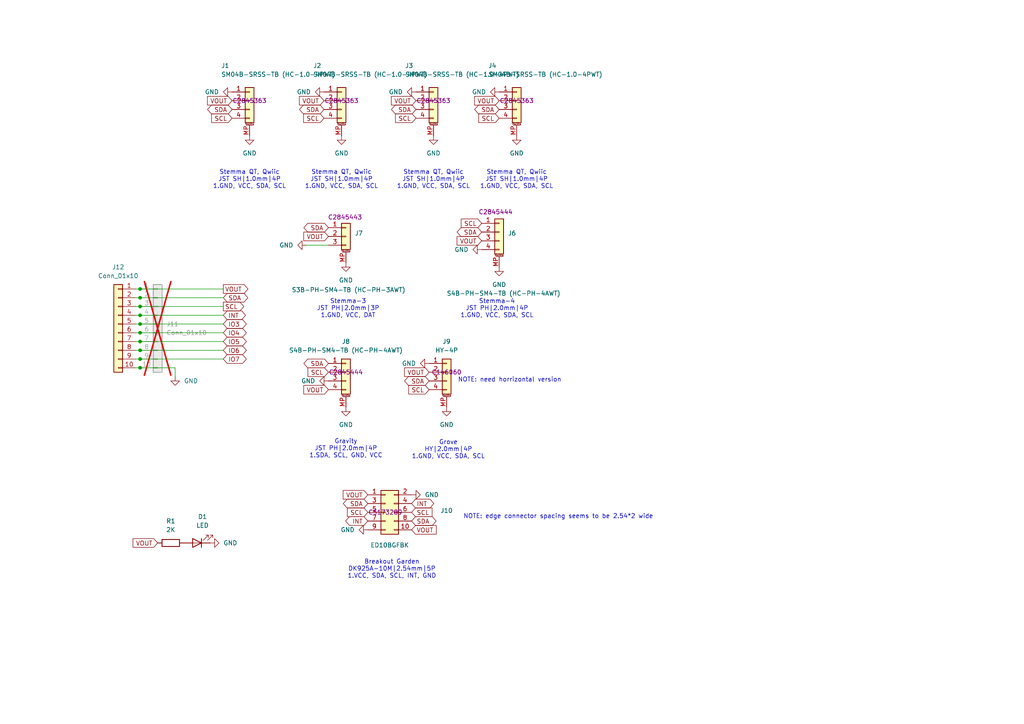
<source format=kicad_sch>
(kicad_sch (version 20250114) (generator "eeschema") (generator_version "9.0")
  (paper "A4")
  (lib_symbols
    (symbol "Connector_Generic:Conn_01x10" (pin_names (offset 1.016) (hide yes))
      (property "Reference" "J" (at 0 12.7 0))
      (property "Value" "Conn_01x10" (at 0 -15.24 0))
      (symbol "Conn_01x10_1_1"
        (rectangle (start -1.27 11.43) (end 1.27 -13.97) (stroke (width 0.254)) (fill (type background)))
        (rectangle (start -1.27 10.287) (end 0 10.033) (stroke (width 0.1524)))
        (rectangle (start -1.27 7.747) (end 0 7.493) (stroke (width 0.1524)))
        (rectangle (start -1.27 5.207) (end 0 4.953) (stroke (width 0.1524)))
        (rectangle (start -1.27 2.667) (end 0 2.413) (stroke (width 0.1524)))
        (rectangle (start -1.27 0.127) (end 0 -0.127) (stroke (width 0.1524)))
        (rectangle (start -1.27 -2.413) (end 0 -2.667) (stroke (width 0.1524)))
        (rectangle (start -1.27 -4.953) (end 0 -5.207) (stroke (width 0.1524)))
        (rectangle (start -1.27 -7.493) (end 0 -7.747) (stroke (width 0.1524)))
        (rectangle (start -1.27 -10.033) (end 0 -10.287) (stroke (width 0.1524)))
        (rectangle (start -1.27 -12.573) (end 0 -12.827) (stroke (width 0.1524)))
        (pin passive line (at -5.08 10.16 0) (length 3.81) (name "Pin_1") (number "1"))
        (pin passive line (at -5.08 7.62 0) (length 3.81) (name "Pin_2") (number "2"))
        (pin passive line (at -5.08 5.08 0) (length 3.81) (name "Pin_3") (number "3"))
        (pin passive line (at -5.08 2.54 0) (length 3.81) (name "Pin_4") (number "4"))
        (pin passive line (at -5.08 0 0) (length 3.81) (name "Pin_5") (number "5"))
        (pin passive line (at -5.08 -2.54 0) (length 3.81) (name "Pin_6") (number "6"))
        (pin passive line (at -5.08 -5.08 0) (length 3.81) (name "Pin_7") (number "7"))
        (pin passive line (at -5.08 -7.62 0) (length 3.81) (name "Pin_8") (number "8"))
        (pin passive line (at -5.08 -10.16 0) (length 3.81) (name "Pin_9") (number "9"))
        (pin passive line (at -5.08 -12.7 0) (length 3.81) (name "Pin_10") (number "10"))
      )
    )
    (symbol "Connector_Generic:Conn_02x05_Odd_Even" (pin_names (offset 1.016) (hide yes))
      (property "Reference" "J" (at 1.27 7.62 0))
      (property "Value" "Conn_02x05_Odd_Even" (at 1.27 -7.62 0))
      (symbol "Conn_02x05_Odd_Even_1_1"
        (rectangle (start -1.27 6.35) (end 3.81 -6.35) (stroke (width 0.254)) (fill (type background)))
        (rectangle (start -1.27 5.207) (end 0 4.953) (stroke (width 0.1524)))
        (rectangle (start -1.27 2.667) (end 0 2.413) (stroke (width 0.1524)))
        (rectangle (start -1.27 0.127) (end 0 -0.127) (stroke (width 0.1524)))
        (rectangle (start -1.27 -2.413) (end 0 -2.667) (stroke (width 0.1524)))
        (rectangle (start -1.27 -4.953) (end 0 -5.207) (stroke (width 0.1524)))
        (rectangle (start 3.81 5.207) (end 2.54 4.953) (stroke (width 0.1524)))
        (rectangle (start 3.81 2.667) (end 2.54 2.413) (stroke (width 0.1524)))
        (rectangle (start 3.81 0.127) (end 2.54 -0.127) (stroke (width 0.1524)))
        (rectangle (start 3.81 -2.413) (end 2.54 -2.667) (stroke (width 0.1524)))
        (rectangle (start 3.81 -4.953) (end 2.54 -5.207) (stroke (width 0.1524)))
        (pin passive line (at -5.08 5.08 0) (length 3.81) (name "Pin_1") (number "1"))
        (pin passive line (at -5.08 2.54 0) (length 3.81) (name "Pin_3") (number "3"))
        (pin passive line (at -5.08 0 0) (length 3.81) (name "Pin_5") (number "5"))
        (pin passive line (at -5.08 -2.54 0) (length 3.81) (name "Pin_7") (number "7"))
        (pin passive line (at -5.08 -5.08 0) (length 3.81) (name "Pin_9") (number "9"))
        (pin passive line (at 7.62 5.08 180) (length 3.81) (name "Pin_2") (number "2"))
        (pin passive line (at 7.62 2.54 180) (length 3.81) (name "Pin_4") (number "4"))
        (pin passive line (at 7.62 0 180) (length 3.81) (name "Pin_6") (number "6"))
        (pin passive line (at 7.62 -2.54 180) (length 3.81) (name "Pin_8") (number "8"))
        (pin passive line (at 7.62 -5.08 180) (length 3.81) (name "Pin_10") (number "10"))
      )
    )
    (symbol "Connector_Generic_MountingPin:Conn_01x03_MountingPin" (pin_names (offset 1.016) (hide yes))
      (property "Reference" "J" (at 0 5.08 0))
      (property "Value" "Conn_01x03_MountingPin" (at 1.27 -5.08 0))
      (symbol "Conn_01x03_MountingPin_1_1"
        (rectangle (start -1.27 3.81) (end 1.27 -3.81) (stroke (width 0.254)) (fill (type background)))
        (rectangle (start -1.27 2.667) (end 0 2.413) (stroke (width 0.1524)))
        (rectangle (start -1.27 0.127) (end 0 -0.127) (stroke (width 0.1524)))
        (rectangle (start -1.27 -2.413) (end 0 -2.667) (stroke (width 0.1524)))
        (polyline (pts (xy -1.016 -4.572) (xy 1.016 -4.572)) (stroke (width 0.1524)))
        (text "Mounting" (at 0 -4.191 0) (effects (font (size 0.381 0.381))))
        (pin passive line (at -5.08 2.54 0) (length 3.81) (name "Pin_1") (number "1"))
        (pin passive line (at -5.08 0 0) (length 3.81) (name "Pin_2") (number "2"))
        (pin passive line (at -5.08 -2.54 0) (length 3.81) (name "Pin_3") (number "3"))
        (pin passive line (at 0 -7.62 90) (length 3.048) (name "MountPin") (number "MP"))
      )
    )
    (symbol "Connector_Generic_MountingPin:Conn_01x04_MountingPin" (pin_names (offset 1.016) (hide yes))
      (property "Reference" "J" (at 0 5.08 0))
      (property "Value" "Conn_01x04_MountingPin" (at 1.27 -7.62 0))
      (symbol "Conn_01x04_MountingPin_1_1"
        (rectangle (start -1.27 3.81) (end 1.27 -6.35) (stroke (width 0.254)) (fill (type background)))
        (rectangle (start -1.27 2.667) (end 0 2.413) (stroke (width 0.1524)))
        (rectangle (start -1.27 0.127) (end 0 -0.127) (stroke (width 0.1524)))
        (rectangle (start -1.27 -2.413) (end 0 -2.667) (stroke (width 0.1524)))
        (rectangle (start -1.27 -4.953) (end 0 -5.207) (stroke (width 0.1524)))
        (polyline (pts (xy -1.016 -7.112) (xy 1.016 -7.112)) (stroke (width 0.1524)))
        (text "Mounting" (at 0 -6.731 0) (effects (font (size 0.381 0.381))))
        (pin passive line (at -5.08 2.54 0) (length 3.81) (name "Pin_1") (number "1"))
        (pin passive line (at -5.08 0 0) (length 3.81) (name "Pin_2") (number "2"))
        (pin passive line (at -5.08 -2.54 0) (length 3.81) (name "Pin_3") (number "3"))
        (pin passive line (at -5.08 -5.08 0) (length 3.81) (name "Pin_4") (number "4"))
        (pin passive line (at 0 -10.16 90) (length 3.048) (name "MountPin") (number "MP"))
      )
    )
    (symbol "Device:LED" (pin_numbers (hide yes)) (pin_names (offset 1.016) (hide yes))
      (property "Reference" "D" (at 0 2.54 0))
      (property "Value" "LED" (at 0 -2.54 0))
      (symbol "LED_0_1"
        (polyline (pts (xy -3.048 -0.762) (xy -4.572 -2.286) (xy -3.81 -2.286) (xy -4.572 -2.286) (xy -4.572 -1.524)))
        (polyline (pts (xy -1.778 -0.762) (xy -3.302 -2.286) (xy -2.54 -2.286) (xy -3.302 -2.286) (xy -3.302 -1.524)))
        (polyline (pts (xy -1.27 0) (xy 1.27 0)))
        (polyline (pts (xy -1.27 -1.27) (xy -1.27 1.27)) (stroke (width 0.254)))
        (polyline (pts (xy 1.27 -1.27) (xy 1.27 1.27) (xy -1.27 0) (xy 1.27 -1.27)) (stroke (width 0.254)))
      )
      (symbol "LED_1_1"
        (pin passive line (at -3.81 0 0) (length 2.54) (name "K") (number "1"))
        (pin passive line (at 3.81 0 180) (length 2.54) (name "A") (number "2"))
      )
    )
    (symbol "Device:R" (pin_numbers (hide yes)) (pin_names (offset 0))
      (property "Reference" "R" (at 2.032 0 90))
      (property "Value" "R" (at 0 0 90))
      (symbol "R_0_1"
        (rectangle (start -1.016 -2.54) (end 1.016 2.54) (stroke (width 0.254)))
      )
      (symbol "R_1_1"
        (pin passive line (at 0 3.81 270) (length 1.27) (name "~") (number "1"))
        (pin passive line (at 0 -3.81 90) (length 1.27) (name "~") (number "2"))
      )
    )
    (symbol "power:GND" (power) (pin_names (offset 0))
      (property "Value" "GND" (at 0 -3.81 0))
      (symbol "GND_0_1"
        (polyline (pts (xy 0 0) (xy 0 -1.27) (xy 1.27 -1.27) (xy 0 -2.54) (xy -1.27 -1.27) (xy 0 -1.27)))
      )
      (symbol "GND_1_1"
        (pin power_in line (at 0 0 270) (length 0) (hide yes) (name "GND") (number "1"))
      )
    )
  )
  (text "Gravity\nJST PH|2.0mm|4P\n1.SDA, SCL, GND, VCC" (at 100.33 130.175 0) (effects (font (size 1.27 1.27))))
  (text "Stemma QT, Qwiic\nJST SH|1.0mm|4P\n1.GND, VCC, SDA, SCL" (at 72.39 52.07 0) (effects (font (size 1.27 1.27))))
  (text "Stemma-4\nJST PH|2.0mm|4P\n1.GND, VCC, SDA, SCL" (at 144.145 89.535 0) (effects (font (size 1.27 1.27))))
  (text "Stemma QT, Qwiic\nJST SH|1.0mm|4P\n1.GND, VCC, SDA, SCL" (at 99.06 52.07 0) (effects (font (size 1.27 1.27))))
  (text "Stemma-3\nJST PH|2.0mm|3P\n1.GND, VCC, DAT" (at 100.965 89.535 0) (effects (font (size 1.27 1.27))))
  (text "NOTE: edge connector spacing seems to be 2.54*2 wide" (at 161.925 149.86 0) (effects (font (size 1.27 1.27))))
  (text "NOTE: need horrizontal version" (at 147.828 110.236 0) (effects (font (size 1.27 1.27))))
  (text "Grove\nHY|2.0mm|4P\n1.GND, VCC, SDA, SCL" (at 130.048 130.429 0) (effects (font (size 1.27 1.27))))
  (text "Stemma QT, Qwiic\nJST SH|1.0mm|4P\n1.GND, VCC, SDA, SCL" (at 125.73 52.07 0) (effects (font (size 1.27 1.27))))
  (text "Breakout Garden\nDK925A-10M|2.54mm|5P\n1.VCC, SDA, SCL, INT, GND" (at 113.665 165.1 0) (effects (font (size 1.27 1.27))))
  (text "Stemma QT, Qwiic\nJST SH|1.0mm|4P\n1.GND, VCC, SDA, SCL" (at 149.86 52.07 0) (effects (font (size 1.27 1.27))))
  (junction (at 40.64 96.52))
  (junction (at 40.64 101.6))
  (junction (at 40.64 91.44))
  (junction (at 40.64 88.9))
  (junction (at 40.64 86.36))
  (junction (at 40.64 106.68))
  (junction (at 40.64 83.82))
  (junction (at 40.64 104.14))
  (junction (at 40.64 99.06))
  (junction (at 40.64 93.98))
  (wire (pts (xy 40.64 91.44) (xy 64.77 91.44)))
  (wire (pts (xy 40.64 93.98) (xy 39.37 93.98)))
  (wire (pts (xy 40.64 83.82) (xy 39.37 83.82)))
  (wire (pts (xy 40.64 101.6) (xy 39.37 101.6)))
  (wire (pts (xy 40.64 96.52) (xy 39.37 96.52)))
  (wire (pts (xy 40.64 88.9) (xy 39.37 88.9)))
  (wire (pts (xy 40.64 106.68) (xy 50.8 106.68)))
  (wire (pts (xy 40.64 86.36) (xy 39.37 86.36)))
  (wire (pts (xy 50.8 109.22) (xy 50.8 106.68)))
  (wire (pts (xy 40.64 106.68) (xy 39.37 106.68)))
  (wire (pts (xy 40.64 101.6) (xy 64.77 101.6)))
  (wire (pts (xy 40.64 99.06) (xy 39.37 99.06)))
  (wire (pts (xy 40.64 96.52) (xy 64.77 96.52)))
  (wire (pts (xy 40.64 104.14) (xy 64.77 104.14)))
  (wire (pts (xy 40.64 93.98) (xy 64.77 93.98)))
  (wire (pts (xy 40.64 104.14) (xy 39.37 104.14)))
  (wire (pts (xy 88.9 71.12) (xy 95.25 71.12)))
  (wire (pts (xy 40.64 91.44) (xy 39.37 91.44)))
  (wire (pts (xy 40.64 99.06) (xy 64.77 99.06)))
  (wire (pts (xy 40.64 83.82) (xy 64.77 83.82)))
  (wire (pts (xy 40.64 86.36) (xy 64.77 86.36)))
  (wire (pts (xy 40.64 88.9) (xy 64.77 88.9)))
  (global_label "SDA" (shape bidirectional) (at 67.31 31.75 180) (property "Intersheetrefs" "${INTERSHEET_REFS}" (effects (hide yes))))
  (global_label "SDA" (shape bidirectional) (at 95.25 105.41 180) (property "Intersheetrefs" "${INTERSHEET_REFS}" (effects (hide yes))))
  (global_label "SDA" (shape bidirectional) (at 119.38 151.13 0) (property "Intersheetrefs" "${INTERSHEET_REFS}" (effects (hide yes))))
  (global_label "VOUT" (shape input) (at 93.98 29.21 180) (property "Intersheetrefs" "${INTERSHEET_REFS}" (effects (hide yes))))
  (global_label "IO5" (shape bidirectional) (at 64.77 99.06 0) (property "Intersheetrefs" "${INTERSHEET_REFS}" (effects (hide yes))))
  (global_label "VOUT" (shape input) (at 119.38 153.67 0) (property "Intersheetrefs" "${INTERSHEET_REFS}" (effects (hide yes))))
  (global_label "VOUT" (shape output) (at 64.77 83.82 0) (property "Intersheetrefs" "${INTERSHEET_REFS}" (effects (hide yes))))
  (global_label "INT" (shape bidirectional) (at 64.77 91.44 0) (property "Intersheetrefs" "${INTERSHEET_REFS}" (effects (hide yes))))
  (global_label "SDA" (shape bidirectional) (at 120.65 31.75 180) (property "Intersheetrefs" "${INTERSHEET_REFS}" (effects (hide yes))))
  (global_label "SCL" (shape input) (at 93.98 34.29 180) (property "Intersheetrefs" "${INTERSHEET_REFS}" (effects (hide yes))))
  (global_label "VOUT" (shape input) (at 106.68 143.51 180) (property "Intersheetrefs" "${INTERSHEET_REFS}" (effects (hide yes))))
  (global_label "SCL" (shape input) (at 67.31 34.29 180) (property "Intersheetrefs" "${INTERSHEET_REFS}" (effects (hide yes))))
  (global_label "VOUT" (shape input) (at 124.46 107.95 180) (property "Intersheetrefs" "${INTERSHEET_REFS}" (effects (hide yes))))
  (global_label "VOUT" (shape input) (at 67.31 29.21 180) (property "Intersheetrefs" "${INTERSHEET_REFS}" (effects (hide yes))))
  (global_label "INT" (shape bidirectional) (at 119.38 146.05 0) (property "Intersheetrefs" "${INTERSHEET_REFS}" (effects (hide yes))))
  (global_label "SDA" (shape bidirectional) (at 95.25 66.04 180) (property "Intersheetrefs" "${INTERSHEET_REFS}" (effects (hide yes))))
  (global_label "SDA" (shape bidirectional) (at 144.78 31.75 180) (property "Intersheetrefs" "${INTERSHEET_REFS}" (effects (hide yes))))
  (global_label "VOUT" (shape input) (at 144.78 29.21 180) (property "Intersheetrefs" "${INTERSHEET_REFS}" (effects (hide yes))))
  (global_label "SCL" (shape input) (at 120.65 34.29 180) (property "Intersheetrefs" "${INTERSHEET_REFS}" (effects (hide yes))))
  (global_label "VOUT" (shape input) (at 95.25 113.03 180) (property "Intersheetrefs" "${INTERSHEET_REFS}" (effects (hide yes))))
  (global_label "SCL" (shape input) (at 124.46 113.03 180) (property "Intersheetrefs" "${INTERSHEET_REFS}" (effects (hide yes))))
  (global_label "SCL" (shape input) (at 106.68 148.59 180) (property "Intersheetrefs" "${INTERSHEET_REFS}" (effects (hide yes))))
  (global_label "SDA" (shape bidirectional) (at 124.46 110.49 180) (property "Intersheetrefs" "${INTERSHEET_REFS}" (effects (hide yes))))
  (global_label "IO4" (shape bidirectional) (at 64.77 96.52 0) (property "Intersheetrefs" "${INTERSHEET_REFS}" (effects (hide yes))))
  (global_label "SCL" (shape input) (at 139.7 64.77 180) (property "Intersheetrefs" "${INTERSHEET_REFS}" (effects (hide yes))))
  (global_label "VOUT" (shape input) (at 45.72 157.48 180) (property "Intersheetrefs" "${INTERSHEET_REFS}" (effects (hide yes))))
  (global_label "IO6" (shape bidirectional) (at 64.77 101.6 0) (property "Intersheetrefs" "${INTERSHEET_REFS}" (effects (hide yes))))
  (global_label "SCL" (shape output) (at 64.77 88.9 0) (property "Intersheetrefs" "${INTERSHEET_REFS}" (effects (hide yes))))
  (global_label "SCL" (shape input) (at 119.38 148.59 0) (property "Intersheetrefs" "${INTERSHEET_REFS}" (effects (hide yes))))
  (global_label "SDA" (shape bidirectional) (at 139.7 67.31 180) (property "Intersheetrefs" "${INTERSHEET_REFS}" (effects (hide yes))))
  (global_label "SDA" (shape bidirectional) (at 64.77 86.36 0) (property "Intersheetrefs" "${INTERSHEET_REFS}" (effects (hide yes))))
  (global_label "SDA" (shape bidirectional) (at 106.68 146.05 180) (property "Intersheetrefs" "${INTERSHEET_REFS}" (effects (hide yes))))
  (global_label "SCL" (shape input) (at 95.25 107.95 180) (property "Intersheetrefs" "${INTERSHEET_REFS}" (effects (hide yes))))
  (global_label "VOUT" (shape input) (at 139.7 69.85 180) (property "Intersheetrefs" "${INTERSHEET_REFS}" (effects (hide yes))))
  (global_label "VOUT" (shape input) (at 120.65 29.21 180) (property "Intersheetrefs" "${INTERSHEET_REFS}" (effects (hide yes))))
  (global_label "SCL" (shape input) (at 144.78 34.29 180) (property "Intersheetrefs" "${INTERSHEET_REFS}" (effects (hide yes))))
  (global_label "IO3" (shape bidirectional) (at 64.77 93.98 0) (property "Intersheetrefs" "${INTERSHEET_REFS}" (effects (hide yes))))
  (global_label "VOUT" (shape input) (at 95.25 68.58 180) (property "Intersheetrefs" "${INTERSHEET_REFS}" (effects (hide yes))))
  (global_label "IO7" (shape bidirectional) (at 64.77 104.14 0) (property "Intersheetrefs" "${INTERSHEET_REFS}" (effects (hide yes))))
  (global_label "INT" (shape bidirectional) (at 106.68 151.13 180) (property "Intersheetrefs" "${INTERSHEET_REFS}" (effects (hide yes))))
  (global_label "SDA" (shape bidirectional) (at 93.98 31.75 180) (property "Intersheetrefs" "${INTERSHEET_REFS}" (effects (hide yes))))
  (symbol (lib_id "power:GND") (at 93.98 26.67 270) (unit 1)
    (property "Reference" "#PWR02" (effects (hide yes)))
    (property "Value" "GND" (at 90.17 26.6699 90) (effects (justify right)))
  )
  (symbol (lib_id "power:GND") (at 100.33 76.2 0) (unit 1)
    (property "Reference" "#PWR022" (effects (hide yes)))
    (property "Value" "GND" (at 100.33 81.28 0))
  )
  (symbol (lib_id "power:GND") (at 124.46 105.41 270) (unit 1)
    (property "Reference" "#PWR010" (effects (hide yes)))
    (property "Value" "GND" (at 120.65 105.4099 90) (effects (justify right)))
  )
  (symbol (lib_id "Device:LED") (at 57.15 157.48 180) (unit 1)
    (property "Reference" "D1" (at 58.7375 149.86 0))
    (property "Value" "LED" (at 58.7375 152.4 0))
    (property "Footprint" "LED_SMD:LED_0805_2012Metric" (effects (hide yes)))
  )
  (symbol (lib_id "power:GND") (at 139.7 72.39 270) (unit 1)
    (property "Reference" "#PWR07" (effects (hide yes)))
    (property "Value" "GND" (at 135.89 72.3899 90) (effects (justify right)))
  )
  (symbol (lib_id "power:GND") (at 129.54 118.11 0) (unit 1)
    (property "Reference" "#PWR024" (effects (hide yes)))
    (property "Value" "GND" (at 129.54 123.19 0))
  )
  (symbol (lib_id "Connector_Generic_MountingPin:Conn_01x03_MountingPin") (at 100.33 68.58 0) (unit 1)
    (property "Reference" "J7" (at 102.87 67.6655 0) (effects (justify left)))
    (property "Value" "S3B-PH-SM4-TB (HC-PH-3AWT)" (at 84.582 84.074 0) (effects (justify left)))
    (property "Footprint" "footprints:JST_PH_S3B-PH-SM4-TB_1x03-1MP_P2.00mm_Horizontal" (effects (hide yes)))
    (property "Description" "Generic connectable mounting pin connector, single row, 01x03, script generated (kicad-library-utils/schlib/autogen/connector/)" (effects (hide yes)))
    (property "szlcsc_partnum" "C2845443" (at 100.076 62.992 0))
  )
  (symbol (lib_id "power:GND") (at 72.39 39.37 0) (unit 1)
    (property "Reference" "#PWR018" (effects (hide yes)))
    (property "Value" "GND" (at 72.39 44.45 0))
  )
  (symbol (lib_id "power:GND") (at 60.96 157.48 90) (unit 1)
    (property "Reference" "#PWR016" (effects (hide yes)))
    (property "Value" "GND" (at 64.77 157.4799 90) (effects (justify right)))
  )
  (symbol (lib_id "Connector_Generic_MountingPin:Conn_01x04_MountingPin") (at 99.06 29.21 0) (unit 1)
    (property "Reference" "J2" (at 90.805 19.05 0) (effects (justify left)))
    (property "Value" "SM04B-SRSS-TB (HC-1.0-4PWT)" (at 90.805 21.59 0) (effects (justify left)))
    (property "Footprint" "footprints:JST_SH_SM04B-SRSS-TB_1x04-1MP_P1.00mm_Horizontal" (effects (hide yes)))
    (property "Description" "Generic connectable mounting pin connector, single row, 01x04, script generated (kicad-library-utils/schlib/autogen/connector/)" (effects (hide yes)))
    (property "szlcsc_partnum" "C2845363" (at 99.06 29.21 0))
  )
  (symbol (lib_id "power:GND") (at 149.86 39.37 0) (unit 1)
    (property "Reference" "#PWR021" (effects (hide yes)))
    (property "Value" "GND" (at 149.86 44.45 0))
  )
  (symbol (lib_id "power:GND") (at 95.25 110.49 270) (unit 1)
    (property "Reference" "#PWR011" (effects (hide yes)))
    (property "Value" "GND" (at 91.44 110.4899 90) (effects (justify right)))
  )
  (symbol (lib_id "power:GND") (at 120.65 26.67 270) (unit 1)
    (property "Reference" "#PWR03" (effects (hide yes)))
    (property "Value" "GND" (at 116.84 26.6699 90) (effects (justify right)))
  )
  (symbol (lib_id "Connector_Generic_MountingPin:Conn_01x04_MountingPin") (at 125.73 29.21 0) (unit 1)
    (property "Reference" "J3" (at 117.475 19.05 0) (effects (justify left)))
    (property "Value" "SM04B-SRSS-TB (HC-1.0-4PWT)" (at 117.475 21.59 0) (effects (justify left)))
    (property "Footprint" "footprints:JST_SH_SM04B-SRSS-TB_1x04-1MP_P1.00mm_Horizontal" (effects (hide yes)))
    (property "Description" "Generic connectable mounting pin connector, single row, 01x04, script generated (kicad-library-utils/schlib/autogen/connector/)" (effects (hide yes)))
    (property "szlcsc_partnum" "C2845363" (at 125.73 29.21 0))
  )
  (symbol (lib_id "Connector_Generic_MountingPin:Conn_01x04_MountingPin") (at 100.33 107.95 0) (unit 1)
    (property "Reference" "J8" (at 100.33 99.06 0))
    (property "Value" "S4B-PH-SM4-TB (HC-PH-4AWT)" (at 100.33 101.6 0))
    (property "Footprint" "footprints:JST_PH_S4B-PH-SM4-TB_1x04-1MP_P2.00mm_Horizontal" (effects (hide yes)))
    (property "Description" "Generic connectable mounting pin connector, single row, 01x04, script generated (kicad-library-utils/schlib/autogen/connector/)" (effects (hide yes)))
    (property "szlcsc_partnum" "C2845444" (at 100.33 107.95 0))
  )
  (symbol (lib_id "Connector_Generic_MountingPin:Conn_01x04_MountingPin") (at 149.86 29.21 0) (unit 1)
    (property "Reference" "J4" (at 141.605 19.05 0) (effects (justify left)))
    (property "Value" "SM04B-SRSS-TB (HC-1.0-4PWT)" (at 141.605 21.59 0) (effects (justify left)))
    (property "Footprint" "footprints:JST_SH_SM04B-SRSS-TB_1x04-1MP_P1.00mm_Horizontal" (effects (hide yes)))
    (property "Description" "Generic connectable mounting pin connector, single row, 01x04, script generated (kicad-library-utils/schlib/autogen/connector/)" (effects (hide yes)))
    (property "szlcsc_partnum" "C2845363" (at 149.86 29.21 0))
  )
  (symbol (lib_id "Connector_Generic:Conn_01x10") (at 34.29 93.98 0) (mirror y) (unit 1)
    (property "Reference" "J12" (at 34.29 77.47 0))
    (property "Value" "Conn_01x10" (at 34.29 80.01 0))
    (property "Footprint" "Connector_PinSocket_2.54mm:PinSocket_1x10_P2.54mm_Horizontal" (effects (hide yes)))
  )
  (symbol (lib_id "Connector_Generic_MountingPin:Conn_01x04_MountingPin") (at 129.54 107.95 0) (unit 1)
    (property "Reference" "J9" (at 129.54 99.06 0))
    (property "Value" "HY-4P" (at 129.54 101.6 0))
    (property "Footprint" "footprints:CONN-SMD_HY2.0-4P" (effects (hide yes)))
    (property "Description" "Generic connectable mounting pin connector, single row, 01x04, script generated (kicad-library-utils/schlib/autogen/connector/)" (effects (hide yes)))
    (property "szlcsc_partnum" "C146060" (at 129.54 107.95 0))
  )
  (symbol (lib_id "Connector_Generic_MountingPin:Conn_01x04_MountingPin") (at 144.78 67.31 0) (unit 1)
    (property "Reference" "J6" (at 147.32 67.6655 0) (effects (justify left)))
    (property "Value" "S4B-PH-SM4-TB (HC-PH-4AWT)" (at 129.54 85.09 0) (effects (justify left)))
    (property "Footprint" "footprints:JST_PH_S4B-PH-SM4-TB_1x04-1MP_P2.00mm_Horizontal" (effects (hide yes)))
    (property "Description" "Generic connectable mounting pin connector, single row, 01x04, script generated (kicad-library-utils/schlib/autogen/connector/)" (effects (hide yes)))
    (property "szlcsc_partnum" "C2845444" (at 143.764 61.468 0))
  )
  (symbol (lib_id "power:GND") (at 100.33 118.11 0) (unit 1)
    (property "Reference" "#PWR017" (effects (hide yes)))
    (property "Value" "GND" (at 100.33 123.19 0))
  )
  (symbol (lib_id "power:GND") (at 144.78 26.67 270) (unit 1)
    (property "Reference" "#PWR04" (effects (hide yes)))
    (property "Value" "GND" (at 140.97 26.6699 90) (effects (justify right)))
  )
  (symbol (lib_id "power:GND") (at 119.38 143.51 90) (unit 1)
    (property "Reference" "#PWR013" (effects (hide yes)))
    (property "Value" "GND" (at 123.19 143.5099 90) (effects (justify right)))
  )
  (symbol (lib_id "power:GND") (at 144.78 77.47 0) (unit 1)
    (property "Reference" "#PWR023" (effects (hide yes)))
    (property "Value" "GND" (at 144.78 82.55 0))
  )
  (symbol (lib_id "power:GND") (at 50.8 109.22 0) (unit 1)
    (property "Reference" "#PWR012" (effects (hide yes)))
    (property "Value" "GND" (at 53.34 110.4899 0) (effects (justify left)))
  )
  (symbol (lib_id "Device:R") (at 49.53 157.48 90) (unit 1)
    (property "Reference" "R1" (at 49.53 151.13 90))
    (property "Value" "2K" (at 49.53 153.67 90))
    (property "Footprint" "Resistor_SMD:R_0805_2012Metric" (effects (hide yes)))
    (property "szlcsc_partnum" "C2907315" (effects (hide yes)))
  )
  (symbol (lib_id "power:GND") (at 106.68 153.67 270) (unit 1)
    (property "Reference" "#PWR014" (effects (hide yes)))
    (property "Value" "GND" (at 102.87 153.6699 90) (effects (justify right)))
  )
  (symbol (lib_id "Connector_Generic:Conn_01x10") (at 45.72 93.98 0) (unit 1) (in_bom no) (dnp yes)
    (property "Reference" "J11" (at 48.26 93.9799 0) (effects (justify left)))
    (property "Value" "Conn_01x10" (at 48.26 96.5199 0) (effects (justify left)))
    (property "Footprint" "Connector_PinHeader_2.54mm:PinHeader_1x10_P2.54mm_Vertical" (effects (hide yes)))
  )
  (symbol (lib_id "power:GND") (at 67.31 26.67 270) (unit 1)
    (property "Reference" "#PWR01" (effects (hide yes)))
    (property "Value" "GND" (at 63.5 26.6699 90) (effects (justify right)))
  )
  (symbol (lib_id "power:GND") (at 88.9 71.12 270) (unit 1)
    (property "Reference" "#PWR08" (effects (hide yes)))
    (property "Value" "GND" (at 85.09 71.1199 90) (effects (justify right)))
  )
  (symbol (lib_id "power:GND") (at 99.06 39.37 0) (unit 1)
    (property "Reference" "#PWR019" (effects (hide yes)))
    (property "Value" "GND" (at 99.06 44.45 0))
  )
  (symbol (lib_id "power:GND") (at 125.73 39.37 0) (unit 1)
    (property "Reference" "#PWR020" (effects (hide yes)))
    (property "Value" "GND" (at 125.73 44.45 0))
  )
  (symbol (lib_id "Connector_Generic:Conn_02x05_Odd_Even") (at 111.76 148.59 0) (unit 1)
    (property "Reference" "J10" (at 129.54 148.082 0))
    (property "Value" "ED10BGFBK" (at 113.03 158.115 0))
    (property "Footprint" "footprints:CONN-TH_SA10BL01D" (effects (hide yes)))
    (property "Description" "Generic connector, double row, 02x05, odd/even pin numbering scheme (row 1 odd numbers, row 2 even numbers), script generated (kicad-library-utils/schlib/autogen/connector/)" (effects (hide yes)))
    (property "szlcsc_partnum" "C5173289" (at 111.76 148.59 0))
  )
  (symbol (lib_id "Connector_Generic_MountingPin:Conn_01x04_MountingPin") (at 72.39 29.21 0) (unit 1)
    (property "Reference" "J1" (at 64.135 19.05 0) (effects (justify left)))
    (property "Value" "SM04B-SRSS-TB (HC-1.0-4PWT)" (at 64.135 21.59 0) (effects (justify left)))
    (property "Footprint" "footprints:JST_SH_SM04B-SRSS-TB_1x04-1MP_P1.00mm_Horizontal" (effects (hide yes)))
    (property "Description" "Generic connectable mounting pin connector, single row, 01x04, script generated (kicad-library-utils/schlib/autogen/connector/)" (effects (hide yes)))
    (property "szlcsc_partnum" "C2845363" (at 72.39 29.21 0))
  )
)
</source>
